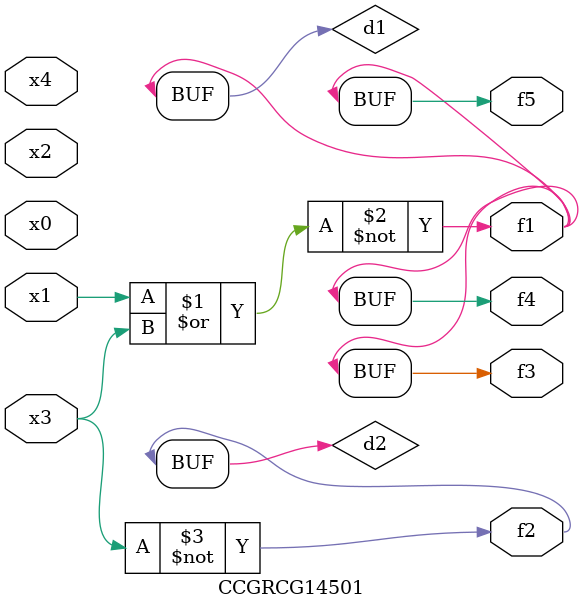
<source format=v>
module CCGRCG14501(
	input x0, x1, x2, x3, x4,
	output f1, f2, f3, f4, f5
);

	wire d1, d2;

	nor (d1, x1, x3);
	not (d2, x3);
	assign f1 = d1;
	assign f2 = d2;
	assign f3 = d1;
	assign f4 = d1;
	assign f5 = d1;
endmodule

</source>
